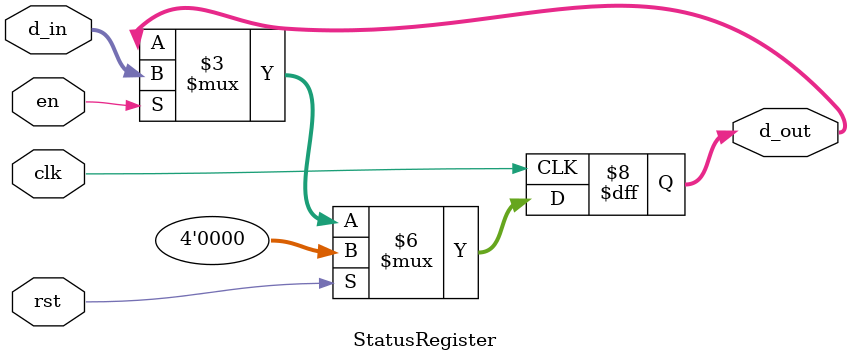
<source format=v>

module StatusRegister(d_in, rst, en, clk, d_out);
  input [3:0] d_in;
  input rst, clk, en;
  output [3:0] d_out;
  reg [3:0] d_out;
  
  always @(negedge clk)
  begin
    if (rst==1'b1)
      d_out <= 4'd0;
    else if(en)
      d_out <= d_in;
  end
  
endmodule


</source>
